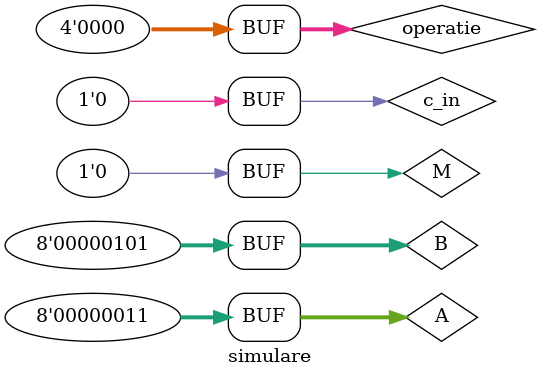
<source format=v>
`timescale 10ns/1ns 


module UAL(c_out,f,A,B,c_in,operatie,M);

input [7:0]A,B;
input c_in,M;
input [3:0]operatie;
output [7:0] f;
output c_out;

reg[7:0]f;
reg c_out;


always@(A or B or operatie or c_in or M )
begin 
 	if(M==1)
begin	
   		case (operatie)
        	4'd0:f=~A; // scsdcsd
			4'd1:{c_out,f}=~(A|B);
			4'd2:{c_out,f}=(~A)&B;
			4'd3:{c_out,f}=0;
			4'd4:{c_out,f}=~(A&B);
			4'd5:{c_out,f}=~B;
			4'd6:{c_out,f}=A^B;// ssdc
			4'd7:{c_out,f}=A&(~B);
			4'd8:{c_out,f}=(~A)|B;
			4'd9:{c_out,f}=~(A^B);
			4'd10:{c_out,f}=B;
			4'd11:{c_out,f}=A&B; // csacsa
			4'd12:{c_out,f}=1;
			4'd13:{c_out,f}=A|(~B);
			4'd14:{c_out,f}=A|B;// sdcsdc
			4'd15:{c_out,f}=A;
			default:f=4'd1;
endcase
end

	else
		if(c_in==1)
	begin	
			case(operatie)
				4'd0:{c_out,f}=A;
				4'd1:{c_out,f}=A|B;
				4'd2:{c_out,f}=A|(~B);
				4'd3:{c_out,f}=A+(~B)+1;// ascaca
				4'd4:{c_out,f}=A+(A&(~B));
				4'd5:{c_out,f}=(A|B)+(A&(~B));
				4'd6:{c_out,f}=A-B-1;
				4'd7:{c_out,f}=(A&(~B))-1;
				4'd8:{c_out,f}=A+(A&B);
				4'd9:{c_out,f}=A+B;// sdcsdc
				4'd10:{c_out,f}=(A&B)-1;
				4'd11:{c_out,f}=A+A;
				4'd12:{c_out,f}=(A|B)+A;
				4'd13:{c_out,f}=A-1;
				default:f=4'd1;
      endcase
	end
		else
	begin
			case(operatie)
	
				4'd0:{c_out,f}=A+1;//scsdcsd
				4'd1:{c_out,f}=(A|B)+1;
				4'd2:{c_out,f}=0;
				4'd3:{c_out,f}=A+(A&(~B))+1;
				4'd4:{c_out,f}=(A|B)+(A&(~B))+1;
				4'd5:{c_out,f}=A-B;
				4'd6:{c_out,f}=(A&(~B));
				4'd7:{c_out,f}=A+(A&B)+1;
				4'd8:{c_out,f}=A+B+1;
				4'd9:{c_out,f}=A&B;
				4'd10:{c_out,f}=A+A+1;
				4'd11:{c_out,f}=(A|B)+A+1;
				4'd12:{c_out,f}=A;
				default:f=4'd1;
	endcase
	end
end
endmodule



module simulare ;

reg[7:0]A,B;
reg[3:0]operatie;
reg M;
reg c_in;
wire [7:0]f;
wire C_out;

UAL test(c_out,f,A,B,c_in,operatie,M);
initial
begin

$monitor($time,  " %b -> a=%b b=%b  c_in=%b  => f=%b c_out=%b",operatie,A,B,c_in,f,c_out);
end

initial
begin

$dumpfile("UAL.vcd");
$dumpvars();

A=8'd3;
B=8'd5;
c_in=1'd0;
M=1'd1;
   operatie=4'd0;
#5 operatie=4'd6;
#5 operatie=4'd11;
#5 operatie=4'd14;
#5 M=1'd0;
   c_in=1'd1;
   operatie=4'd3;
#5 operatie=4'd9;
#5 c_in=1'd0;
   operatie=4'd0;

end 
endmodule


</source>
